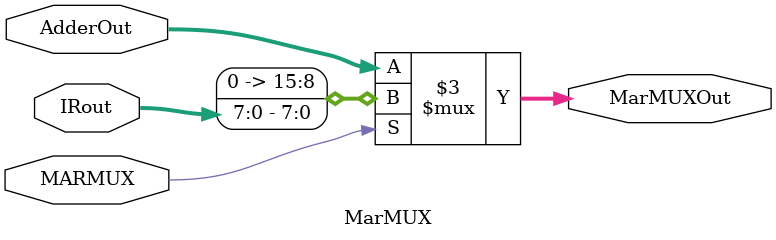
<source format=sv>
module MarMUX( input logic MARMUX,
					input logic [15:0] AdderOut,
					input logic [15:0] IRout,
					output logic [15:0] MarMUXOut);
always_comb
begin
	if (MARMUX)
		MarMUXOut <= {8'b0, IRout[7:0]};
	else 
		MarMUXOut <= AdderOut;
end
endmodule

</source>
